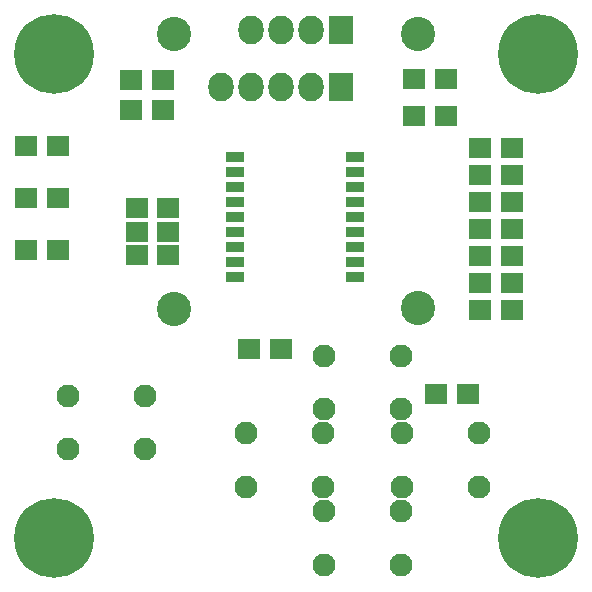
<source format=gts>
G04 #@! TF.FileFunction,Soldermask,Top*
%FSLAX46Y46*%
G04 Gerber Fmt 4.6, Leading zero omitted, Abs format (unit mm)*
G04 Created by KiCad (PCBNEW (after 2015-mar-04 BZR unknown)-product) date 7/4/2015 2:13:05 PM*
%MOMM*%
G01*
G04 APERTURE LIST*
%ADD10C,0.150000*%
%ADD11C,6.750000*%
%ADD12C,2.900000*%
%ADD13R,1.900000X1.700000*%
%ADD14R,2.127200X2.432000*%
%ADD15O,2.127200X2.432000*%
%ADD16C,1.949400*%
%ADD17R,1.543000X0.908000*%
G04 APERTURE END LIST*
D10*
D11*
X140000000Y-110000000D03*
X99000000Y-110000000D03*
X140000000Y-69000000D03*
X99000000Y-69000000D03*
D12*
X129850000Y-90550000D03*
X109150000Y-90600000D03*
X129850000Y-67350000D03*
X109150000Y-67350000D03*
D13*
X132160000Y-71120000D03*
X129460000Y-71120000D03*
X132160000Y-74295000D03*
X129460000Y-74295000D03*
D14*
X123280000Y-71800000D03*
D15*
X120740000Y-71800000D03*
X118200000Y-71800000D03*
X115660000Y-71800000D03*
X113120000Y-71800000D03*
D14*
X123310000Y-67000000D03*
D15*
X120770000Y-67000000D03*
X118230000Y-67000000D03*
X115690000Y-67000000D03*
D13*
X137748000Y-76962000D03*
X135048000Y-76962000D03*
X137748000Y-79248000D03*
X135048000Y-79248000D03*
X137748000Y-83820000D03*
X135048000Y-83820000D03*
X137748000Y-88392000D03*
X135048000Y-88392000D03*
X105534000Y-71180000D03*
X108234000Y-71180000D03*
X105534000Y-73720000D03*
X108234000Y-73720000D03*
X99350000Y-85600000D03*
X96650000Y-85600000D03*
X99350000Y-81200000D03*
X96650000Y-81200000D03*
X99350000Y-76800000D03*
X96650000Y-76800000D03*
X105990000Y-82070000D03*
X108690000Y-82070000D03*
X105990000Y-84070000D03*
X108690000Y-84070000D03*
X105990000Y-86070000D03*
X108690000Y-86070000D03*
X115490000Y-93980000D03*
X118190000Y-93980000D03*
X134065000Y-97790000D03*
X131365000Y-97790000D03*
X135048000Y-81534000D03*
X137748000Y-81534000D03*
X135048000Y-86106000D03*
X137748000Y-86106000D03*
X135048000Y-90678000D03*
X137748000Y-90678000D03*
D16*
X128448800Y-101149560D03*
X128448800Y-105650440D03*
X134951200Y-101149560D03*
X134951200Y-105650440D03*
X121848800Y-94549560D03*
X121848800Y-99050440D03*
X128351200Y-94549560D03*
X128351200Y-99050440D03*
X121848800Y-107749560D03*
X121848800Y-112250440D03*
X128351200Y-107749560D03*
X128351200Y-112250440D03*
X115248800Y-101149560D03*
X115248800Y-105650440D03*
X121751200Y-101149560D03*
X121751200Y-105650440D03*
X100224800Y-97949560D03*
X100224800Y-102450440D03*
X106727200Y-97949560D03*
X106727200Y-102450440D03*
D17*
X114320000Y-87880000D03*
X114320000Y-86610000D03*
X114320000Y-82800000D03*
X114320000Y-81530000D03*
X124480000Y-87880000D03*
X124480000Y-86610000D03*
X124480000Y-85340000D03*
X124480000Y-84070000D03*
X124480000Y-82800000D03*
X124480000Y-81530000D03*
X124480000Y-80260000D03*
X124480000Y-78990000D03*
X124480000Y-77720000D03*
X114320000Y-77720000D03*
X114320000Y-78990000D03*
X114320000Y-80260000D03*
X114320000Y-84070000D03*
X114320000Y-85340000D03*
M02*

</source>
